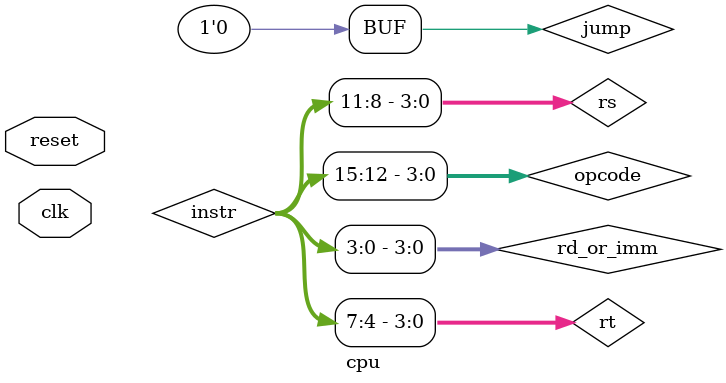
<source format=v>
module cpu(
  input clk,
  input reset);
// pc stuff
wire[15:0] pc_out;
wire [15:0] pc_next;
wire jump = 0; // jump not used rn
wire[15:0] instr;//instruction fetching
// break up instruction fields
wire[3:0] opcode =instr[15:12];
wire[3:0] rs=instr[11:8];
wire[3:0] rt=instr[7:4];
wire [3:0] rd_or_imm=instr[3:0]; //might be dest reg or imm depending on op
wire reg_we;//control wires
wire mem_rd;
wire mem_wr;
wire do_branch;
wire alu_input_sel;
wire[3:0] alu_op;
wire[15:0] reg_a, reg_b;//reg file wires
wire[15:0] write_data;
wire[15:0] imm_ext;//immediate
wire[15:0] alu_b;//alu
wire[15:0] alu_result;
//memory
wire [15:0] mem_out;
assign pc_next =pc_out +16'd2;//pc update 
program_counter pc_inst(//connecting the components
  .clk(clk),
  .reset(reset),
  .jump_to(jump),
  .cin(pc_next),
  .cout(pc_out));
InstructionMemory im(
  .address(pc_out[7:0]),
  .instruction(instr));
RegisterFile regs(
  .clk(clk),
  .wr_en(reg_we),
  .rd1_sel(rs),
  .rd2_sel(rt),
  .wr_sel(rd_or_imm),
  .wr_data(write_data),
  .rd1_data(reg_a),
  .rd2_data(reg_b));
SignExtension ext(
  .imm_in(rd_or_imm),
  .imm_out(imm_ext));
MUX alu_mux(
  .in0(reg_b),
  .in1(imm_ext),
  .sel(alu_input_sel),
  .out(alu_b));
ALU core(
  .a(reg_a),
  .b(alu_b),
  .ctrl(alu_op),
  .out(alu_result));
DataMemory mem(
  .clk(clk),
  .mem_read(mem_rd),
  .mem_write(mem_wr),
  .address(alu_result[7:0]),
  .write_data(reg_b),
  .read_data(mem_out));
MUX wb_mux(
  .in0(alu_result),
  .in1(mem_out),
  .sel(mem_rd),
  .out(write_data));
ControlUnit cu(
  .opcode(opcode),
  .reg_write(reg_we),
  .mem_read(mem_rd),
  .mem_write(mem_wr),
  .branch(do_branch),
  .alu_ctrl(alu_op),
  .alu_src(alu_input_sel));
endmodule

</source>
